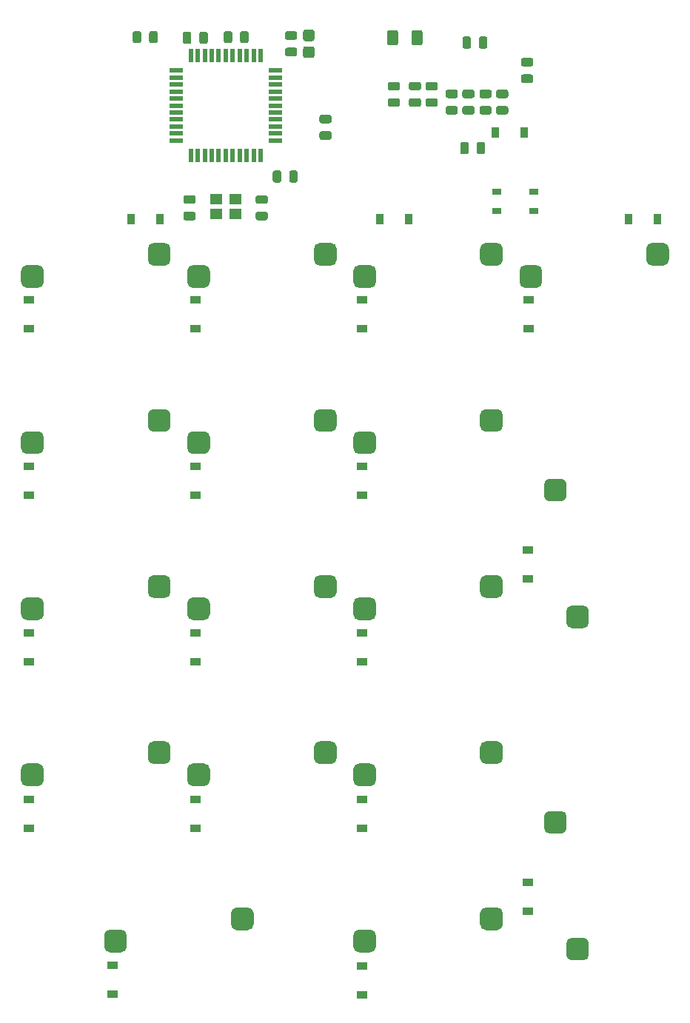
<source format=gbr>
%TF.GenerationSoftware,KiCad,Pcbnew,(5.1.6)-1*%
%TF.CreationDate,2020-11-22T11:15:34-08:00*%
%TF.ProjectId,tenkey_plusplus,74656e6b-6579-45f7-906c-7573706c7573,1*%
%TF.SameCoordinates,Original*%
%TF.FileFunction,Paste,Bot*%
%TF.FilePolarity,Positive*%
%FSLAX46Y46*%
G04 Gerber Fmt 4.6, Leading zero omitted, Abs format (unit mm)*
G04 Created by KiCad (PCBNEW (5.1.6)-1) date 2020-11-22 11:15:34*
%MOMM*%
%LPD*%
G01*
G04 APERTURE LIST*
%ADD10R,1.400000X1.200000*%
%ADD11R,1.050000X0.650000*%
%ADD12R,0.900000X1.200000*%
%ADD13R,0.550000X1.500000*%
%ADD14R,1.500000X0.550000*%
%ADD15R,1.200000X0.900000*%
G04 APERTURE END LIST*
D10*
%TO.C,Y1*%
X94856000Y-68598976D03*
X97056000Y-68598976D03*
X97056000Y-66898976D03*
X94856000Y-66898976D03*
%TD*%
%TO.C,RV2*%
G36*
G01*
X128035268Y-55346988D02*
X127122768Y-55346988D01*
G75*
G02*
X126879018Y-55103238I0J243750D01*
G01*
X126879018Y-54615738D01*
G75*
G02*
X127122768Y-54371988I243750J0D01*
G01*
X128035268Y-54371988D01*
G75*
G02*
X128279018Y-54615738I0J-243750D01*
G01*
X128279018Y-55103238D01*
G75*
G02*
X128035268Y-55346988I-243750J0D01*
G01*
G37*
G36*
G01*
X128035268Y-57221988D02*
X127122768Y-57221988D01*
G75*
G02*
X126879018Y-56978238I0J243750D01*
G01*
X126879018Y-56490738D01*
G75*
G02*
X127122768Y-56246988I243750J0D01*
G01*
X128035268Y-56246988D01*
G75*
G02*
X128279018Y-56490738I0J-243750D01*
G01*
X128279018Y-56978238D01*
G75*
G02*
X128035268Y-57221988I-243750J0D01*
G01*
G37*
%TD*%
%TO.C,RV1*%
G36*
G01*
X122256768Y-55346988D02*
X121344268Y-55346988D01*
G75*
G02*
X121100518Y-55103238I0J243750D01*
G01*
X121100518Y-54615738D01*
G75*
G02*
X121344268Y-54371988I243750J0D01*
G01*
X122256768Y-54371988D01*
G75*
G02*
X122500518Y-54615738I0J-243750D01*
G01*
X122500518Y-55103238D01*
G75*
G02*
X122256768Y-55346988I-243750J0D01*
G01*
G37*
G36*
G01*
X122256768Y-57221988D02*
X121344268Y-57221988D01*
G75*
G02*
X121100518Y-56978238I0J243750D01*
G01*
X121100518Y-56490738D01*
G75*
G02*
X121344268Y-56246988I243750J0D01*
G01*
X122256768Y-56246988D01*
G75*
G02*
X122500518Y-56490738I0J-243750D01*
G01*
X122500518Y-56978238D01*
G75*
G02*
X122256768Y-57221988I-243750J0D01*
G01*
G37*
%TD*%
%TO.C,R11*%
G36*
G01*
X126130268Y-55346988D02*
X125217768Y-55346988D01*
G75*
G02*
X124974018Y-55103238I0J243750D01*
G01*
X124974018Y-54615738D01*
G75*
G02*
X125217768Y-54371988I243750J0D01*
G01*
X126130268Y-54371988D01*
G75*
G02*
X126374018Y-54615738I0J-243750D01*
G01*
X126374018Y-55103238D01*
G75*
G02*
X126130268Y-55346988I-243750J0D01*
G01*
G37*
G36*
G01*
X126130268Y-57221988D02*
X125217768Y-57221988D01*
G75*
G02*
X124974018Y-56978238I0J243750D01*
G01*
X124974018Y-56490738D01*
G75*
G02*
X125217768Y-56246988I243750J0D01*
G01*
X126130268Y-56246988D01*
G75*
G02*
X126374018Y-56490738I0J-243750D01*
G01*
X126374018Y-56978238D01*
G75*
G02*
X126130268Y-57221988I-243750J0D01*
G01*
G37*
%TD*%
%TO.C,R10*%
G36*
G01*
X124161768Y-55346988D02*
X123249268Y-55346988D01*
G75*
G02*
X123005518Y-55103238I0J243750D01*
G01*
X123005518Y-54615738D01*
G75*
G02*
X123249268Y-54371988I243750J0D01*
G01*
X124161768Y-54371988D01*
G75*
G02*
X124405518Y-54615738I0J-243750D01*
G01*
X124405518Y-55103238D01*
G75*
G02*
X124161768Y-55346988I-243750J0D01*
G01*
G37*
G36*
G01*
X124161768Y-57221988D02*
X123249268Y-57221988D01*
G75*
G02*
X123005518Y-56978238I0J243750D01*
G01*
X123005518Y-56490738D01*
G75*
G02*
X123249268Y-56246988I243750J0D01*
G01*
X124161768Y-56246988D01*
G75*
G02*
X124405518Y-56490738I0J-243750D01*
G01*
X124405518Y-56978238D01*
G75*
G02*
X124161768Y-57221988I-243750J0D01*
G01*
G37*
%TD*%
%TO.C,R6*%
G36*
G01*
X102969762Y-49582018D02*
X103882262Y-49582018D01*
G75*
G02*
X104126012Y-49825768I0J-243750D01*
G01*
X104126012Y-50313268D01*
G75*
G02*
X103882262Y-50557018I-243750J0D01*
G01*
X102969762Y-50557018D01*
G75*
G02*
X102726012Y-50313268I0J243750D01*
G01*
X102726012Y-49825768D01*
G75*
G02*
X102969762Y-49582018I243750J0D01*
G01*
G37*
G36*
G01*
X102969762Y-47707018D02*
X103882262Y-47707018D01*
G75*
G02*
X104126012Y-47950768I0J-243750D01*
G01*
X104126012Y-48438268D01*
G75*
G02*
X103882262Y-48682018I-243750J0D01*
G01*
X102969762Y-48682018D01*
G75*
G02*
X102726012Y-48438268I0J243750D01*
G01*
X102726012Y-47950768D01*
G75*
G02*
X102969762Y-47707018I243750J0D01*
G01*
G37*
%TD*%
%TO.C,R5*%
G36*
G01*
X117141768Y-55358488D02*
X118054268Y-55358488D01*
G75*
G02*
X118298018Y-55602238I0J-243750D01*
G01*
X118298018Y-56089738D01*
G75*
G02*
X118054268Y-56333488I-243750J0D01*
G01*
X117141768Y-56333488D01*
G75*
G02*
X116898018Y-56089738I0J243750D01*
G01*
X116898018Y-55602238D01*
G75*
G02*
X117141768Y-55358488I243750J0D01*
G01*
G37*
G36*
G01*
X117141768Y-53483488D02*
X118054268Y-53483488D01*
G75*
G02*
X118298018Y-53727238I0J-243750D01*
G01*
X118298018Y-54214738D01*
G75*
G02*
X118054268Y-54458488I-243750J0D01*
G01*
X117141768Y-54458488D01*
G75*
G02*
X116898018Y-54214738I0J243750D01*
G01*
X116898018Y-53727238D01*
G75*
G02*
X117141768Y-53483488I243750J0D01*
G01*
G37*
%TD*%
%TO.C,R4*%
G36*
G01*
X87201018Y-48824238D02*
X87201018Y-47911738D01*
G75*
G02*
X87444768Y-47667988I243750J0D01*
G01*
X87932268Y-47667988D01*
G75*
G02*
X88176018Y-47911738I0J-243750D01*
G01*
X88176018Y-48824238D01*
G75*
G02*
X87932268Y-49067988I-243750J0D01*
G01*
X87444768Y-49067988D01*
G75*
G02*
X87201018Y-48824238I0J243750D01*
G01*
G37*
G36*
G01*
X85326018Y-48824238D02*
X85326018Y-47911738D01*
G75*
G02*
X85569768Y-47667988I243750J0D01*
G01*
X86057268Y-47667988D01*
G75*
G02*
X86301018Y-47911738I0J-243750D01*
G01*
X86301018Y-48824238D01*
G75*
G02*
X86057268Y-49067988I-243750J0D01*
G01*
X85569768Y-49067988D01*
G75*
G02*
X85326018Y-48824238I0J243750D01*
G01*
G37*
%TD*%
%TO.C,R3*%
G36*
G01*
X124006018Y-48546738D02*
X124006018Y-49459238D01*
G75*
G02*
X123762268Y-49702988I-243750J0D01*
G01*
X123274768Y-49702988D01*
G75*
G02*
X123031018Y-49459238I0J243750D01*
G01*
X123031018Y-48546738D01*
G75*
G02*
X123274768Y-48302988I243750J0D01*
G01*
X123762268Y-48302988D01*
G75*
G02*
X124006018Y-48546738I0J-243750D01*
G01*
G37*
G36*
G01*
X125881018Y-48546738D02*
X125881018Y-49459238D01*
G75*
G02*
X125637268Y-49702988I-243750J0D01*
G01*
X125149768Y-49702988D01*
G75*
G02*
X124906018Y-49459238I0J243750D01*
G01*
X124906018Y-48546738D01*
G75*
G02*
X125149768Y-48302988I243750J0D01*
G01*
X125637268Y-48302988D01*
G75*
G02*
X125881018Y-48546738I0J-243750D01*
G01*
G37*
%TD*%
%TO.C,R2*%
G36*
G01*
X129968768Y-52627988D02*
X130881268Y-52627988D01*
G75*
G02*
X131125018Y-52871738I0J-243750D01*
G01*
X131125018Y-53359238D01*
G75*
G02*
X130881268Y-53602988I-243750J0D01*
G01*
X129968768Y-53602988D01*
G75*
G02*
X129725018Y-53359238I0J243750D01*
G01*
X129725018Y-52871738D01*
G75*
G02*
X129968768Y-52627988I243750J0D01*
G01*
G37*
G36*
G01*
X129968768Y-50752988D02*
X130881268Y-50752988D01*
G75*
G02*
X131125018Y-50996738I0J-243750D01*
G01*
X131125018Y-51484238D01*
G75*
G02*
X130881268Y-51727988I-243750J0D01*
G01*
X129968768Y-51727988D01*
G75*
G02*
X129725018Y-51484238I0J243750D01*
G01*
X129725018Y-50996738D01*
G75*
G02*
X129968768Y-50752988I243750J0D01*
G01*
G37*
%TD*%
%TO.C,R1*%
G36*
G01*
X123743018Y-60611738D02*
X123743018Y-61524238D01*
G75*
G02*
X123499268Y-61767988I-243750J0D01*
G01*
X123011768Y-61767988D01*
G75*
G02*
X122768018Y-61524238I0J243750D01*
G01*
X122768018Y-60611738D01*
G75*
G02*
X123011768Y-60367988I243750J0D01*
G01*
X123499268Y-60367988D01*
G75*
G02*
X123743018Y-60611738I0J-243750D01*
G01*
G37*
G36*
G01*
X125618018Y-60611738D02*
X125618018Y-61524238D01*
G75*
G02*
X125374268Y-61767988I-243750J0D01*
G01*
X124886768Y-61767988D01*
G75*
G02*
X124643018Y-61524238I0J243750D01*
G01*
X124643018Y-60611738D01*
G75*
G02*
X124886768Y-60367988I243750J0D01*
G01*
X125374268Y-60367988D01*
G75*
G02*
X125618018Y-60611738I0J-243750D01*
G01*
G37*
%TD*%
%TO.C,F1*%
G36*
G01*
X115664518Y-47819988D02*
X115664518Y-49069988D01*
G75*
G02*
X115414518Y-49319988I-250000J0D01*
G01*
X114664518Y-49319988D01*
G75*
G02*
X114414518Y-49069988I0J250000D01*
G01*
X114414518Y-47819988D01*
G75*
G02*
X114664518Y-47569988I250000J0D01*
G01*
X115414518Y-47569988D01*
G75*
G02*
X115664518Y-47819988I0J-250000D01*
G01*
G37*
G36*
G01*
X118464518Y-47819988D02*
X118464518Y-49069988D01*
G75*
G02*
X118214518Y-49319988I-250000J0D01*
G01*
X117464518Y-49319988D01*
G75*
G02*
X117214518Y-49069988I0J250000D01*
G01*
X117214518Y-47819988D01*
G75*
G02*
X117464518Y-47569988I250000J0D01*
G01*
X118214518Y-47569988D01*
G75*
G02*
X118464518Y-47819988I0J-250000D01*
G01*
G37*
%TD*%
%TO.C,D19*%
G36*
G01*
X105858012Y-48832018D02*
X105058012Y-48832018D01*
G75*
G02*
X104808012Y-48582018I0J250000D01*
G01*
X104808012Y-47757018D01*
G75*
G02*
X105058012Y-47507018I250000J0D01*
G01*
X105858012Y-47507018D01*
G75*
G02*
X106108012Y-47757018I0J-250000D01*
G01*
X106108012Y-48582018D01*
G75*
G02*
X105858012Y-48832018I-250000J0D01*
G01*
G37*
G36*
G01*
X105858012Y-50757018D02*
X105058012Y-50757018D01*
G75*
G02*
X104808012Y-50507018I0J250000D01*
G01*
X104808012Y-49682018D01*
G75*
G02*
X105058012Y-49432018I250000J0D01*
G01*
X105858012Y-49432018D01*
G75*
G02*
X106108012Y-49682018I0J-250000D01*
G01*
X106108012Y-50507018D01*
G75*
G02*
X105858012Y-50757018I-250000J0D01*
G01*
G37*
%TD*%
%TO.C,C14*%
G36*
G01*
X119046768Y-55358488D02*
X119959268Y-55358488D01*
G75*
G02*
X120203018Y-55602238I0J-243750D01*
G01*
X120203018Y-56089738D01*
G75*
G02*
X119959268Y-56333488I-243750J0D01*
G01*
X119046768Y-56333488D01*
G75*
G02*
X118803018Y-56089738I0J243750D01*
G01*
X118803018Y-55602238D01*
G75*
G02*
X119046768Y-55358488I243750J0D01*
G01*
G37*
G36*
G01*
X119046768Y-53483488D02*
X119959268Y-53483488D01*
G75*
G02*
X120203018Y-53727238I0J-243750D01*
G01*
X120203018Y-54214738D01*
G75*
G02*
X119959268Y-54458488I-243750J0D01*
G01*
X119046768Y-54458488D01*
G75*
G02*
X118803018Y-54214738I0J243750D01*
G01*
X118803018Y-53727238D01*
G75*
G02*
X119046768Y-53483488I243750J0D01*
G01*
G37*
%TD*%
%TO.C,C13*%
G36*
G01*
X115641268Y-54458488D02*
X114728768Y-54458488D01*
G75*
G02*
X114485018Y-54214738I0J243750D01*
G01*
X114485018Y-53727238D01*
G75*
G02*
X114728768Y-53483488I243750J0D01*
G01*
X115641268Y-53483488D01*
G75*
G02*
X115885018Y-53727238I0J-243750D01*
G01*
X115885018Y-54214738D01*
G75*
G02*
X115641268Y-54458488I-243750J0D01*
G01*
G37*
G36*
G01*
X115641268Y-56333488D02*
X114728768Y-56333488D01*
G75*
G02*
X114485018Y-56089738I0J243750D01*
G01*
X114485018Y-55602238D01*
G75*
G02*
X114728768Y-55358488I243750J0D01*
G01*
X115641268Y-55358488D01*
G75*
G02*
X115885018Y-55602238I0J-243750D01*
G01*
X115885018Y-56089738D01*
G75*
G02*
X115641268Y-56333488I-243750J0D01*
G01*
G37*
%TD*%
%TO.C,C6*%
G36*
G01*
X92027000Y-47988750D02*
X92027000Y-48901250D01*
G75*
G02*
X91783250Y-49145000I-243750J0D01*
G01*
X91295750Y-49145000D01*
G75*
G02*
X91052000Y-48901250I0J243750D01*
G01*
X91052000Y-47988750D01*
G75*
G02*
X91295750Y-47745000I243750J0D01*
G01*
X91783250Y-47745000D01*
G75*
G02*
X92027000Y-47988750I0J-243750D01*
G01*
G37*
G36*
G01*
X93902000Y-47988750D02*
X93902000Y-48901250D01*
G75*
G02*
X93658250Y-49145000I-243750J0D01*
G01*
X93170750Y-49145000D01*
G75*
G02*
X92927000Y-48901250I0J243750D01*
G01*
X92927000Y-47988750D01*
G75*
G02*
X93170750Y-47745000I243750J0D01*
G01*
X93658250Y-47745000D01*
G75*
G02*
X93902000Y-47988750I0J-243750D01*
G01*
G37*
%TD*%
%TO.C,C5*%
G36*
G01*
X102314000Y-63863750D02*
X102314000Y-64776250D01*
G75*
G02*
X102070250Y-65020000I-243750J0D01*
G01*
X101582750Y-65020000D01*
G75*
G02*
X101339000Y-64776250I0J243750D01*
G01*
X101339000Y-63863750D01*
G75*
G02*
X101582750Y-63620000I243750J0D01*
G01*
X102070250Y-63620000D01*
G75*
G02*
X102314000Y-63863750I0J-243750D01*
G01*
G37*
G36*
G01*
X104189000Y-63863750D02*
X104189000Y-64776250D01*
G75*
G02*
X103945250Y-65020000I-243750J0D01*
G01*
X103457750Y-65020000D01*
G75*
G02*
X103214000Y-64776250I0J243750D01*
G01*
X103214000Y-63863750D01*
G75*
G02*
X103457750Y-63620000I243750J0D01*
G01*
X103945250Y-63620000D01*
G75*
G02*
X104189000Y-63863750I0J-243750D01*
G01*
G37*
%TD*%
%TO.C,C4*%
G36*
G01*
X96701018Y-47911738D02*
X96701018Y-48824238D01*
G75*
G02*
X96457268Y-49067988I-243750J0D01*
G01*
X95969768Y-49067988D01*
G75*
G02*
X95726018Y-48824238I0J243750D01*
G01*
X95726018Y-47911738D01*
G75*
G02*
X95969768Y-47667988I243750J0D01*
G01*
X96457268Y-47667988D01*
G75*
G02*
X96701018Y-47911738I0J-243750D01*
G01*
G37*
G36*
G01*
X98576018Y-47911738D02*
X98576018Y-48824238D01*
G75*
G02*
X98332268Y-49067988I-243750J0D01*
G01*
X97844768Y-49067988D01*
G75*
G02*
X97601018Y-48824238I0J243750D01*
G01*
X97601018Y-47911738D01*
G75*
G02*
X97844768Y-47667988I243750J0D01*
G01*
X98332268Y-47667988D01*
G75*
G02*
X98576018Y-47911738I0J-243750D01*
G01*
G37*
%TD*%
%TO.C,C3*%
G36*
G01*
X106906762Y-59132418D02*
X107819262Y-59132418D01*
G75*
G02*
X108063012Y-59376168I0J-243750D01*
G01*
X108063012Y-59863668D01*
G75*
G02*
X107819262Y-60107418I-243750J0D01*
G01*
X106906762Y-60107418D01*
G75*
G02*
X106663012Y-59863668I0J243750D01*
G01*
X106663012Y-59376168D01*
G75*
G02*
X106906762Y-59132418I243750J0D01*
G01*
G37*
G36*
G01*
X106906762Y-57257418D02*
X107819262Y-57257418D01*
G75*
G02*
X108063012Y-57501168I0J-243750D01*
G01*
X108063012Y-57988668D01*
G75*
G02*
X107819262Y-58232418I-243750J0D01*
G01*
X106906762Y-58232418D01*
G75*
G02*
X106663012Y-57988668I0J243750D01*
G01*
X106663012Y-57501168D01*
G75*
G02*
X106906762Y-57257418I243750J0D01*
G01*
G37*
%TD*%
%TO.C,C2*%
G36*
G01*
X92273268Y-67439976D02*
X91360768Y-67439976D01*
G75*
G02*
X91117018Y-67196226I0J243750D01*
G01*
X91117018Y-66708726D01*
G75*
G02*
X91360768Y-66464976I243750J0D01*
G01*
X92273268Y-66464976D01*
G75*
G02*
X92517018Y-66708726I0J-243750D01*
G01*
X92517018Y-67196226D01*
G75*
G02*
X92273268Y-67439976I-243750J0D01*
G01*
G37*
G36*
G01*
X92273268Y-69314976D02*
X91360768Y-69314976D01*
G75*
G02*
X91117018Y-69071226I0J243750D01*
G01*
X91117018Y-68583726D01*
G75*
G02*
X91360768Y-68339976I243750J0D01*
G01*
X92273268Y-68339976D01*
G75*
G02*
X92517018Y-68583726I0J-243750D01*
G01*
X92517018Y-69071226D01*
G75*
G02*
X92273268Y-69314976I-243750J0D01*
G01*
G37*
%TD*%
%TO.C,C1*%
G36*
G01*
X99615768Y-68339976D02*
X100528268Y-68339976D01*
G75*
G02*
X100772018Y-68583726I0J-243750D01*
G01*
X100772018Y-69071226D01*
G75*
G02*
X100528268Y-69314976I-243750J0D01*
G01*
X99615768Y-69314976D01*
G75*
G02*
X99372018Y-69071226I0J243750D01*
G01*
X99372018Y-68583726D01*
G75*
G02*
X99615768Y-68339976I243750J0D01*
G01*
G37*
G36*
G01*
X99615768Y-66464976D02*
X100528268Y-66464976D01*
G75*
G02*
X100772018Y-66708726I0J-243750D01*
G01*
X100772018Y-67196226D01*
G75*
G02*
X100528268Y-67439976I-243750J0D01*
G01*
X99615768Y-67439976D01*
G75*
G02*
X99372018Y-67196226I0J243750D01*
G01*
X99372018Y-66708726D01*
G75*
G02*
X99615768Y-66464976I243750J0D01*
G01*
G37*
%TD*%
D11*
%TO.C,S18*%
X131213012Y-66063018D03*
X126947012Y-66063018D03*
X131213012Y-68269018D03*
X126947012Y-68269018D03*
%TD*%
%TO.C,S16*%
G36*
G01*
X82046982Y-152400048D02*
X82046982Y-151100048D01*
G75*
G02*
X82696982Y-150450048I650000J0D01*
G01*
X83996982Y-150450048D01*
G75*
G02*
X84646982Y-151100048I0J-650000D01*
G01*
X84646982Y-152400048D01*
G75*
G02*
X83996982Y-153050048I-650000J0D01*
G01*
X82696982Y-153050048D01*
G75*
G02*
X82046982Y-152400048I0J650000D01*
G01*
G37*
G36*
G01*
X96546982Y-149860048D02*
X96546982Y-148560048D01*
G75*
G02*
X97196982Y-147910048I650000J0D01*
G01*
X98496982Y-147910048D01*
G75*
G02*
X99146982Y-148560048I0J-650000D01*
G01*
X99146982Y-149860048D01*
G75*
G02*
X98496982Y-150510048I-650000J0D01*
G01*
X97196982Y-150510048D01*
G75*
G02*
X96546982Y-149860048I0J650000D01*
G01*
G37*
%TD*%
%TO.C,S15*%
G36*
G01*
X136842012Y-153975042D02*
X135542012Y-153975042D01*
G75*
G02*
X134892012Y-153325042I0J650000D01*
G01*
X134892012Y-152025042D01*
G75*
G02*
X135542012Y-151375042I650000J0D01*
G01*
X136842012Y-151375042D01*
G75*
G02*
X137492012Y-152025042I0J-650000D01*
G01*
X137492012Y-153325042D01*
G75*
G02*
X136842012Y-153975042I-650000J0D01*
G01*
G37*
G36*
G01*
X134302012Y-139475042D02*
X133002012Y-139475042D01*
G75*
G02*
X132352012Y-138825042I0J650000D01*
G01*
X132352012Y-137525042D01*
G75*
G02*
X133002012Y-136875042I650000J0D01*
G01*
X134302012Y-136875042D01*
G75*
G02*
X134952012Y-137525042I0J-650000D01*
G01*
X134952012Y-138825042D01*
G75*
G02*
X134302012Y-139475042I-650000J0D01*
G01*
G37*
%TD*%
%TO.C,S8*%
G36*
G01*
X136842012Y-115975018D02*
X135542012Y-115975018D01*
G75*
G02*
X134892012Y-115325018I0J650000D01*
G01*
X134892012Y-114025018D01*
G75*
G02*
X135542012Y-113375018I650000J0D01*
G01*
X136842012Y-113375018D01*
G75*
G02*
X137492012Y-114025018I0J-650000D01*
G01*
X137492012Y-115325018D01*
G75*
G02*
X136842012Y-115975018I-650000J0D01*
G01*
G37*
G36*
G01*
X134302012Y-101475018D02*
X133002012Y-101475018D01*
G75*
G02*
X132352012Y-100825018I0J650000D01*
G01*
X132352012Y-99525018D01*
G75*
G02*
X133002012Y-98875018I650000J0D01*
G01*
X134302012Y-98875018D01*
G75*
G02*
X134952012Y-99525018I0J-650000D01*
G01*
X134952012Y-100825018D01*
G75*
G02*
X134302012Y-101475018I-650000J0D01*
G01*
G37*
%TD*%
%TO.C,S17*%
G36*
G01*
X110547000Y-152400048D02*
X110547000Y-151100048D01*
G75*
G02*
X111197000Y-150450048I650000J0D01*
G01*
X112497000Y-150450048D01*
G75*
G02*
X113147000Y-151100048I0J-650000D01*
G01*
X113147000Y-152400048D01*
G75*
G02*
X112497000Y-153050048I-650000J0D01*
G01*
X111197000Y-153050048D01*
G75*
G02*
X110547000Y-152400048I0J650000D01*
G01*
G37*
G36*
G01*
X125047000Y-149860048D02*
X125047000Y-148560048D01*
G75*
G02*
X125697000Y-147910048I650000J0D01*
G01*
X126997000Y-147910048D01*
G75*
G02*
X127647000Y-148560048I0J-650000D01*
G01*
X127647000Y-149860048D01*
G75*
G02*
X126997000Y-150510048I-650000J0D01*
G01*
X125697000Y-150510048D01*
G75*
G02*
X125047000Y-149860048I0J650000D01*
G01*
G37*
%TD*%
%TO.C,S14*%
G36*
G01*
X110547000Y-133400000D02*
X110547000Y-132100000D01*
G75*
G02*
X111197000Y-131450000I650000J0D01*
G01*
X112497000Y-131450000D01*
G75*
G02*
X113147000Y-132100000I0J-650000D01*
G01*
X113147000Y-133400000D01*
G75*
G02*
X112497000Y-134050000I-650000J0D01*
G01*
X111197000Y-134050000D01*
G75*
G02*
X110547000Y-133400000I0J650000D01*
G01*
G37*
G36*
G01*
X125047000Y-130860000D02*
X125047000Y-129560000D01*
G75*
G02*
X125697000Y-128910000I650000J0D01*
G01*
X126997000Y-128910000D01*
G75*
G02*
X127647000Y-129560000I0J-650000D01*
G01*
X127647000Y-130860000D01*
G75*
G02*
X126997000Y-131510000I-650000J0D01*
G01*
X125697000Y-131510000D01*
G75*
G02*
X125047000Y-130860000I0J650000D01*
G01*
G37*
%TD*%
%TO.C,S13*%
G36*
G01*
X91547000Y-133400000D02*
X91547000Y-132100000D01*
G75*
G02*
X92197000Y-131450000I650000J0D01*
G01*
X93497000Y-131450000D01*
G75*
G02*
X94147000Y-132100000I0J-650000D01*
G01*
X94147000Y-133400000D01*
G75*
G02*
X93497000Y-134050000I-650000J0D01*
G01*
X92197000Y-134050000D01*
G75*
G02*
X91547000Y-133400000I0J650000D01*
G01*
G37*
G36*
G01*
X106047000Y-130860000D02*
X106047000Y-129560000D01*
G75*
G02*
X106697000Y-128910000I650000J0D01*
G01*
X107997000Y-128910000D01*
G75*
G02*
X108647000Y-129560000I0J-650000D01*
G01*
X108647000Y-130860000D01*
G75*
G02*
X107997000Y-131510000I-650000J0D01*
G01*
X106697000Y-131510000D01*
G75*
G02*
X106047000Y-130860000I0J650000D01*
G01*
G37*
%TD*%
%TO.C,S12*%
G36*
G01*
X72546976Y-133400036D02*
X72546976Y-132100036D01*
G75*
G02*
X73196976Y-131450036I650000J0D01*
G01*
X74496976Y-131450036D01*
G75*
G02*
X75146976Y-132100036I0J-650000D01*
G01*
X75146976Y-133400036D01*
G75*
G02*
X74496976Y-134050036I-650000J0D01*
G01*
X73196976Y-134050036D01*
G75*
G02*
X72546976Y-133400036I0J650000D01*
G01*
G37*
G36*
G01*
X87046976Y-130860036D02*
X87046976Y-129560036D01*
G75*
G02*
X87696976Y-128910036I650000J0D01*
G01*
X88996976Y-128910036D01*
G75*
G02*
X89646976Y-129560036I0J-650000D01*
G01*
X89646976Y-130860036D01*
G75*
G02*
X88996976Y-131510036I-650000J0D01*
G01*
X87696976Y-131510036D01*
G75*
G02*
X87046976Y-130860036I0J650000D01*
G01*
G37*
%TD*%
%TO.C,S11*%
G36*
G01*
X110547000Y-114400000D02*
X110547000Y-113100000D01*
G75*
G02*
X111197000Y-112450000I650000J0D01*
G01*
X112497000Y-112450000D01*
G75*
G02*
X113147000Y-113100000I0J-650000D01*
G01*
X113147000Y-114400000D01*
G75*
G02*
X112497000Y-115050000I-650000J0D01*
G01*
X111197000Y-115050000D01*
G75*
G02*
X110547000Y-114400000I0J650000D01*
G01*
G37*
G36*
G01*
X125047000Y-111860000D02*
X125047000Y-110560000D01*
G75*
G02*
X125697000Y-109910000I650000J0D01*
G01*
X126997000Y-109910000D01*
G75*
G02*
X127647000Y-110560000I0J-650000D01*
G01*
X127647000Y-111860000D01*
G75*
G02*
X126997000Y-112510000I-650000J0D01*
G01*
X125697000Y-112510000D01*
G75*
G02*
X125047000Y-111860000I0J650000D01*
G01*
G37*
%TD*%
%TO.C,S10*%
G36*
G01*
X91547000Y-114400000D02*
X91547000Y-113100000D01*
G75*
G02*
X92197000Y-112450000I650000J0D01*
G01*
X93497000Y-112450000D01*
G75*
G02*
X94147000Y-113100000I0J-650000D01*
G01*
X94147000Y-114400000D01*
G75*
G02*
X93497000Y-115050000I-650000J0D01*
G01*
X92197000Y-115050000D01*
G75*
G02*
X91547000Y-114400000I0J650000D01*
G01*
G37*
G36*
G01*
X106047000Y-111860000D02*
X106047000Y-110560000D01*
G75*
G02*
X106697000Y-109910000I650000J0D01*
G01*
X107997000Y-109910000D01*
G75*
G02*
X108647000Y-110560000I0J-650000D01*
G01*
X108647000Y-111860000D01*
G75*
G02*
X107997000Y-112510000I-650000J0D01*
G01*
X106697000Y-112510000D01*
G75*
G02*
X106047000Y-111860000I0J650000D01*
G01*
G37*
%TD*%
%TO.C,S9*%
G36*
G01*
X72546976Y-114400024D02*
X72546976Y-113100024D01*
G75*
G02*
X73196976Y-112450024I650000J0D01*
G01*
X74496976Y-112450024D01*
G75*
G02*
X75146976Y-113100024I0J-650000D01*
G01*
X75146976Y-114400024D01*
G75*
G02*
X74496976Y-115050024I-650000J0D01*
G01*
X73196976Y-115050024D01*
G75*
G02*
X72546976Y-114400024I0J650000D01*
G01*
G37*
G36*
G01*
X87046976Y-111860024D02*
X87046976Y-110560024D01*
G75*
G02*
X87696976Y-109910024I650000J0D01*
G01*
X88996976Y-109910024D01*
G75*
G02*
X89646976Y-110560024I0J-650000D01*
G01*
X89646976Y-111860024D01*
G75*
G02*
X88996976Y-112510024I-650000J0D01*
G01*
X87696976Y-112510024D01*
G75*
G02*
X87046976Y-111860024I0J650000D01*
G01*
G37*
%TD*%
%TO.C,S7*%
G36*
G01*
X110547000Y-95400012D02*
X110547000Y-94100012D01*
G75*
G02*
X111197000Y-93450012I650000J0D01*
G01*
X112497000Y-93450012D01*
G75*
G02*
X113147000Y-94100012I0J-650000D01*
G01*
X113147000Y-95400012D01*
G75*
G02*
X112497000Y-96050012I-650000J0D01*
G01*
X111197000Y-96050012D01*
G75*
G02*
X110547000Y-95400012I0J650000D01*
G01*
G37*
G36*
G01*
X125047000Y-92860012D02*
X125047000Y-91560012D01*
G75*
G02*
X125697000Y-90910012I650000J0D01*
G01*
X126997000Y-90910012D01*
G75*
G02*
X127647000Y-91560012I0J-650000D01*
G01*
X127647000Y-92860012D01*
G75*
G02*
X126997000Y-93510012I-650000J0D01*
G01*
X125697000Y-93510012D01*
G75*
G02*
X125047000Y-92860012I0J650000D01*
G01*
G37*
%TD*%
%TO.C,S6*%
G36*
G01*
X91547000Y-95400000D02*
X91547000Y-94100000D01*
G75*
G02*
X92197000Y-93450000I650000J0D01*
G01*
X93497000Y-93450000D01*
G75*
G02*
X94147000Y-94100000I0J-650000D01*
G01*
X94147000Y-95400000D01*
G75*
G02*
X93497000Y-96050000I-650000J0D01*
G01*
X92197000Y-96050000D01*
G75*
G02*
X91547000Y-95400000I0J650000D01*
G01*
G37*
G36*
G01*
X106047000Y-92860000D02*
X106047000Y-91560000D01*
G75*
G02*
X106697000Y-90910000I650000J0D01*
G01*
X107997000Y-90910000D01*
G75*
G02*
X108647000Y-91560000I0J-650000D01*
G01*
X108647000Y-92860000D01*
G75*
G02*
X107997000Y-93510000I-650000J0D01*
G01*
X106697000Y-93510000D01*
G75*
G02*
X106047000Y-92860000I0J650000D01*
G01*
G37*
%TD*%
%TO.C,S5*%
G36*
G01*
X72546976Y-95400012D02*
X72546976Y-94100012D01*
G75*
G02*
X73196976Y-93450012I650000J0D01*
G01*
X74496976Y-93450012D01*
G75*
G02*
X75146976Y-94100012I0J-650000D01*
G01*
X75146976Y-95400012D01*
G75*
G02*
X74496976Y-96050012I-650000J0D01*
G01*
X73196976Y-96050012D01*
G75*
G02*
X72546976Y-95400012I0J650000D01*
G01*
G37*
G36*
G01*
X87046976Y-92860012D02*
X87046976Y-91560012D01*
G75*
G02*
X87696976Y-90910012I650000J0D01*
G01*
X88996976Y-90910012D01*
G75*
G02*
X89646976Y-91560012I0J-650000D01*
G01*
X89646976Y-92860012D01*
G75*
G02*
X88996976Y-93510012I-650000J0D01*
G01*
X87696976Y-93510012D01*
G75*
G02*
X87046976Y-92860012I0J650000D01*
G01*
G37*
%TD*%
%TO.C,S4*%
G36*
G01*
X129547000Y-76400000D02*
X129547000Y-75100000D01*
G75*
G02*
X130197000Y-74450000I650000J0D01*
G01*
X131497000Y-74450000D01*
G75*
G02*
X132147000Y-75100000I0J-650000D01*
G01*
X132147000Y-76400000D01*
G75*
G02*
X131497000Y-77050000I-650000J0D01*
G01*
X130197000Y-77050000D01*
G75*
G02*
X129547000Y-76400000I0J650000D01*
G01*
G37*
G36*
G01*
X144047000Y-73860000D02*
X144047000Y-72560000D01*
G75*
G02*
X144697000Y-71910000I650000J0D01*
G01*
X145997000Y-71910000D01*
G75*
G02*
X146647000Y-72560000I0J-650000D01*
G01*
X146647000Y-73860000D01*
G75*
G02*
X145997000Y-74510000I-650000J0D01*
G01*
X144697000Y-74510000D01*
G75*
G02*
X144047000Y-73860000I0J650000D01*
G01*
G37*
%TD*%
%TO.C,S3*%
G36*
G01*
X110547000Y-76400000D02*
X110547000Y-75100000D01*
G75*
G02*
X111197000Y-74450000I650000J0D01*
G01*
X112497000Y-74450000D01*
G75*
G02*
X113147000Y-75100000I0J-650000D01*
G01*
X113147000Y-76400000D01*
G75*
G02*
X112497000Y-77050000I-650000J0D01*
G01*
X111197000Y-77050000D01*
G75*
G02*
X110547000Y-76400000I0J650000D01*
G01*
G37*
G36*
G01*
X125047000Y-73860000D02*
X125047000Y-72560000D01*
G75*
G02*
X125697000Y-71910000I650000J0D01*
G01*
X126997000Y-71910000D01*
G75*
G02*
X127647000Y-72560000I0J-650000D01*
G01*
X127647000Y-73860000D01*
G75*
G02*
X126997000Y-74510000I-650000J0D01*
G01*
X125697000Y-74510000D01*
G75*
G02*
X125047000Y-73860000I0J650000D01*
G01*
G37*
%TD*%
%TO.C,S2*%
G36*
G01*
X91547000Y-76400000D02*
X91547000Y-75100000D01*
G75*
G02*
X92197000Y-74450000I650000J0D01*
G01*
X93497000Y-74450000D01*
G75*
G02*
X94147000Y-75100000I0J-650000D01*
G01*
X94147000Y-76400000D01*
G75*
G02*
X93497000Y-77050000I-650000J0D01*
G01*
X92197000Y-77050000D01*
G75*
G02*
X91547000Y-76400000I0J650000D01*
G01*
G37*
G36*
G01*
X106047000Y-73860000D02*
X106047000Y-72560000D01*
G75*
G02*
X106697000Y-71910000I650000J0D01*
G01*
X107997000Y-71910000D01*
G75*
G02*
X108647000Y-72560000I0J-650000D01*
G01*
X108647000Y-73860000D01*
G75*
G02*
X107997000Y-74510000I-650000J0D01*
G01*
X106697000Y-74510000D01*
G75*
G02*
X106047000Y-73860000I0J650000D01*
G01*
G37*
%TD*%
%TO.C,S1*%
G36*
G01*
X72546976Y-76400000D02*
X72546976Y-75100000D01*
G75*
G02*
X73196976Y-74450000I650000J0D01*
G01*
X74496976Y-74450000D01*
G75*
G02*
X75146976Y-75100000I0J-650000D01*
G01*
X75146976Y-76400000D01*
G75*
G02*
X74496976Y-77050000I-650000J0D01*
G01*
X73196976Y-77050000D01*
G75*
G02*
X72546976Y-76400000I0J650000D01*
G01*
G37*
G36*
G01*
X87046976Y-73860000D02*
X87046976Y-72560000D01*
G75*
G02*
X87696976Y-71910000I650000J0D01*
G01*
X88996976Y-71910000D01*
G75*
G02*
X89646976Y-72560000I0J-650000D01*
G01*
X89646976Y-73860000D01*
G75*
G02*
X88996976Y-74510000I-650000J0D01*
G01*
X87696976Y-74510000D01*
G75*
G02*
X87046976Y-73860000I0J650000D01*
G01*
G37*
%TD*%
D12*
%TO.C,D18*%
X126817976Y-59289988D03*
X130117976Y-59289988D03*
%TD*%
D13*
%TO.C,U1*%
X99956000Y-50491976D03*
X99156000Y-50491976D03*
X98356000Y-50491976D03*
X97556000Y-50491976D03*
X96756000Y-50491976D03*
X95956000Y-50491976D03*
X95156000Y-50491976D03*
X94356000Y-50491976D03*
X93556000Y-50491976D03*
X92756000Y-50491976D03*
X91956000Y-50491976D03*
D14*
X90256000Y-52191976D03*
X90256000Y-52991976D03*
X90256000Y-53791976D03*
X90256000Y-54591976D03*
X90256000Y-55391976D03*
X90256000Y-56191976D03*
X90256000Y-56991976D03*
X90256000Y-57791976D03*
X90256000Y-58591976D03*
X90256000Y-59391976D03*
X90256000Y-60191976D03*
D13*
X91956000Y-61891976D03*
X92756000Y-61891976D03*
X93556000Y-61891976D03*
X94356000Y-61891976D03*
X95156000Y-61891976D03*
X95956000Y-61891976D03*
X96756000Y-61891976D03*
X97556000Y-61891976D03*
X98356000Y-61891976D03*
X99156000Y-61891976D03*
X99956000Y-61891976D03*
D14*
X101656000Y-60191976D03*
X101656000Y-59391976D03*
X101656000Y-58591976D03*
X101656000Y-57791976D03*
X101656000Y-56991976D03*
X101656000Y-56191976D03*
X101656000Y-55391976D03*
X101656000Y-54591976D03*
X101656000Y-53791976D03*
X101656000Y-52991976D03*
X101656000Y-52191976D03*
%TD*%
D12*
%TO.C,D23*%
X113610018Y-69145988D03*
X116910018Y-69145988D03*
%TD*%
%TO.C,D22*%
X142058018Y-69145988D03*
X145358018Y-69145988D03*
%TD*%
%TO.C,D21*%
X85162018Y-69145988D03*
X88462018Y-69145988D03*
%TD*%
D15*
%TO.C,D17*%
X111576976Y-154595036D03*
X111576976Y-157895036D03*
%TD*%
%TO.C,D16*%
X83016018Y-154525988D03*
X83016018Y-157825988D03*
%TD*%
%TO.C,D15*%
X130516018Y-145025988D03*
X130516018Y-148325988D03*
%TD*%
%TO.C,D14*%
X111576976Y-135545036D03*
X111576976Y-138845036D03*
%TD*%
%TO.C,D13*%
X92526976Y-135545036D03*
X92526976Y-138845036D03*
%TD*%
%TO.C,D12*%
X73476976Y-135545036D03*
X73476976Y-138845036D03*
%TD*%
%TO.C,D11*%
X111576976Y-116495036D03*
X111576976Y-119795036D03*
%TD*%
%TO.C,D10*%
X92526976Y-116495036D03*
X92526976Y-119795036D03*
%TD*%
%TO.C,D9*%
X73476976Y-116495036D03*
X73476976Y-119795036D03*
%TD*%
%TO.C,D8*%
X130516018Y-107025988D03*
X130516018Y-110325988D03*
%TD*%
%TO.C,D7*%
X111576976Y-97445036D03*
X111576976Y-100745036D03*
%TD*%
%TO.C,D6*%
X92526976Y-97445036D03*
X92526976Y-100745036D03*
%TD*%
%TO.C,D5*%
X73476976Y-97445036D03*
X73476976Y-100745036D03*
%TD*%
%TO.C,D4*%
X130626976Y-78395036D03*
X130626976Y-81695036D03*
%TD*%
%TO.C,D3*%
X111576976Y-78395036D03*
X111576976Y-81695036D03*
%TD*%
%TO.C,D2*%
X92526976Y-78395036D03*
X92526976Y-81695036D03*
%TD*%
%TO.C,D1*%
X73476976Y-78395036D03*
X73476976Y-81695036D03*
%TD*%
M02*

</source>
